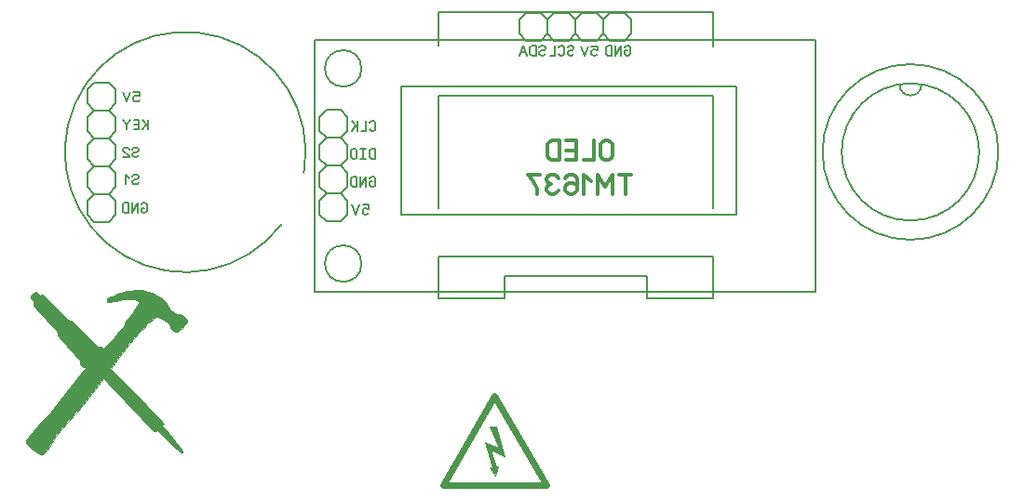
<source format=gbr>
%FSLAX34Y34*%
%MOMM*%
%LNSILK_BOTTOM*%
G71*
G01*
%ADD10C, 0.20*%
%ADD11C, 0.16*%
%ADD12C, 0.32*%
%ADD13C, 0.10*%
%ADD14C, 0.60*%
%LPD*%
G54D10*
G75*
G01X267920Y730288D02*
G03X247537Y683411I-107820J19012D01*
G01*
G54D10*
X90300Y812800D02*
X96600Y806500D01*
X96600Y793700D01*
X90300Y787400D01*
X77500Y787400D01*
X71200Y793700D01*
X71200Y806500D01*
X77500Y812800D01*
X90300Y812800D01*
G54D10*
X90300Y787400D02*
X96600Y781100D01*
X96600Y768300D01*
X90300Y762000D01*
X77500Y762000D01*
X71200Y768300D01*
X71200Y781100D01*
X77500Y787400D01*
X90300Y787400D01*
G54D10*
X90300Y762000D02*
X96600Y755700D01*
X96600Y742900D01*
X90300Y736600D01*
X77500Y736600D01*
X71200Y742900D01*
X71200Y755700D01*
X77500Y762000D01*
X90300Y762000D01*
G54D10*
X90300Y736600D02*
X96600Y730300D01*
X96600Y717500D01*
X90300Y711200D01*
X77500Y711200D01*
X71200Y717500D01*
X71200Y730300D01*
X77500Y736600D01*
X90300Y736600D01*
G54D10*
X90300Y711200D02*
X96600Y704900D01*
X96600Y692100D01*
X90300Y685800D01*
X77500Y685800D01*
X71200Y692100D01*
X71200Y704900D01*
X77500Y711200D01*
X90300Y711200D01*
G54D11*
X112892Y804203D02*
X118226Y804203D01*
X118226Y800314D01*
X117559Y800314D01*
X116226Y800870D01*
X114892Y800870D01*
X113559Y800314D01*
X112892Y799203D01*
X112892Y796981D01*
X113559Y795870D01*
X114892Y795314D01*
X116226Y795314D01*
X117559Y795870D01*
X118226Y796981D01*
G54D11*
X109782Y804203D02*
X106448Y795314D01*
X103115Y804203D01*
G54D11*
X126480Y769717D02*
X126480Y778606D01*
G54D11*
X126480Y772495D02*
X121147Y778606D01*
G54D11*
X124480Y774161D02*
X121147Y769717D01*
G54D11*
X113370Y769717D02*
X118036Y769717D01*
X118036Y778606D01*
X113370Y778606D01*
G54D11*
X118036Y774161D02*
X113370Y774161D01*
G54D11*
X110258Y778606D02*
X106925Y774161D01*
X106925Y769717D01*
G54D11*
X106925Y774161D02*
X103592Y778606D01*
G54D11*
X117595Y746301D02*
X116929Y745190D01*
X115595Y744634D01*
X114262Y744634D01*
X112929Y745190D01*
X112262Y746301D01*
X112262Y747412D01*
X112929Y748523D01*
X114262Y749078D01*
X115595Y749078D01*
X116929Y749634D01*
X117595Y750745D01*
X117595Y751856D01*
X116929Y752967D01*
X115595Y753523D01*
X114262Y753523D01*
X112929Y752967D01*
X112262Y751856D01*
G54D11*
X103818Y744634D02*
X109151Y744634D01*
X109151Y745190D01*
X108485Y746301D01*
X104485Y749634D01*
X103818Y750745D01*
X103818Y751856D01*
X104485Y752967D01*
X105818Y753523D01*
X107151Y753523D01*
X108485Y752967D01*
X109151Y751856D01*
G54D11*
X117493Y721614D02*
X116827Y720503D01*
X115493Y719948D01*
X114160Y719948D01*
X112827Y720503D01*
X112160Y721614D01*
X112160Y722725D01*
X112827Y723837D01*
X114160Y724392D01*
X115493Y724392D01*
X116827Y724948D01*
X117493Y726059D01*
X117493Y727170D01*
X116827Y728281D01*
X115493Y728837D01*
X114160Y728837D01*
X112827Y728281D01*
X112160Y727170D01*
G54D11*
X109049Y725503D02*
X105716Y728837D01*
X105716Y719948D01*
G54D11*
X122626Y698451D02*
X119960Y698451D01*
X119960Y695673D01*
X120626Y694562D01*
X121960Y694006D01*
X123293Y694006D01*
X124626Y694562D01*
X125293Y695673D01*
X125293Y701228D01*
X124626Y702340D01*
X123293Y702895D01*
X121960Y702895D01*
X120626Y702340D01*
X119960Y701228D01*
G54D11*
X116849Y694006D02*
X116849Y702895D01*
X111516Y694006D01*
X111516Y702895D01*
G54D11*
X108405Y694006D02*
X108405Y702895D01*
X105072Y702895D01*
X103738Y702340D01*
X103072Y701228D01*
X103072Y695673D01*
X103738Y694562D01*
X105072Y694006D01*
X108405Y694006D01*
G54D10*
X464100Y870000D02*
X470400Y876300D01*
X483200Y876300D01*
X489500Y870000D01*
X489500Y857200D01*
X483200Y850900D01*
X470400Y850900D01*
X464100Y857200D01*
X464100Y870000D01*
G54D10*
X489500Y870000D02*
X495800Y876300D01*
X508600Y876300D01*
X514900Y870000D01*
X514900Y857200D01*
X508600Y850900D01*
X495800Y850900D01*
X489500Y857200D01*
X489500Y870000D01*
G54D10*
X514900Y870000D02*
X521200Y876300D01*
X534000Y876300D01*
X540300Y870000D01*
X540300Y857200D01*
X534000Y850900D01*
X521200Y850900D01*
X514900Y857200D01*
X514900Y870000D01*
G54D10*
X540300Y870000D02*
X546600Y876300D01*
X559400Y876300D01*
X565700Y870000D01*
X565700Y857200D01*
X559400Y850900D01*
X546600Y850900D01*
X540300Y857200D01*
X540300Y870000D01*
G54D11*
X562408Y841675D02*
X559742Y841675D01*
X559742Y838897D01*
X560408Y837786D01*
X561742Y837230D01*
X563075Y837230D01*
X564408Y837786D01*
X565075Y838897D01*
X565075Y844453D01*
X564408Y845564D01*
X563075Y846119D01*
X561742Y846119D01*
X560408Y845564D01*
X559742Y844453D01*
G54D11*
X556631Y837230D02*
X556631Y846119D01*
X551298Y837230D01*
X551298Y846119D01*
G54D11*
X548187Y837230D02*
X548187Y846119D01*
X544854Y846119D01*
X543520Y845564D01*
X542854Y844453D01*
X542854Y838897D01*
X543520Y837786D01*
X544854Y837230D01*
X548187Y837230D01*
G54D11*
X529637Y845858D02*
X534970Y845858D01*
X534970Y841970D01*
X534303Y841970D01*
X532970Y842525D01*
X531637Y842525D01*
X530303Y841970D01*
X529637Y840858D01*
X529637Y838636D01*
X530303Y837525D01*
X531637Y836970D01*
X532970Y836970D01*
X534303Y837525D01*
X534970Y838636D01*
G54D11*
X526526Y845858D02*
X523193Y836970D01*
X519859Y845858D01*
G54D11*
X513243Y838897D02*
X512576Y837786D01*
X511243Y837230D01*
X509910Y837230D01*
X508576Y837786D01*
X507910Y838897D01*
X507910Y840008D01*
X508576Y841119D01*
X509910Y841675D01*
X511243Y841675D01*
X512576Y842230D01*
X513243Y843342D01*
X513243Y844453D01*
X512576Y845564D01*
X511243Y846119D01*
X509910Y846119D01*
X508576Y845564D01*
X507910Y844453D01*
G54D11*
X499466Y838897D02*
X500132Y837786D01*
X501466Y837230D01*
X502799Y837230D01*
X504132Y837786D01*
X504799Y838897D01*
X504799Y844453D01*
X504132Y845564D01*
X502799Y846119D01*
X501466Y846119D01*
X500132Y845564D01*
X499466Y844453D01*
G54D11*
X496355Y846119D02*
X496355Y837230D01*
X491688Y837230D01*
G54D11*
X487588Y838897D02*
X486921Y837786D01*
X485588Y837230D01*
X484255Y837230D01*
X482921Y837786D01*
X482255Y838897D01*
X482255Y840008D01*
X482921Y841119D01*
X484255Y841675D01*
X485588Y841675D01*
X486921Y842230D01*
X487588Y843342D01*
X487588Y844453D01*
X486921Y845564D01*
X485588Y846119D01*
X484255Y846119D01*
X482921Y845564D01*
X482255Y844453D01*
G54D11*
X479144Y837230D02*
X479144Y846119D01*
X475811Y846119D01*
X474477Y845564D01*
X473811Y844453D01*
X473811Y838897D01*
X474477Y837786D01*
X475811Y837230D01*
X479144Y837230D01*
G54D11*
X470700Y837230D02*
X467367Y846119D01*
X464033Y837230D01*
G54D11*
X469367Y840564D02*
X465367Y840564D01*
G54D10*
G75*
G01X882174Y749352D02*
G03X882174Y749352I-62500J0D01*
G01*
G54D10*
G75*
G01X809702Y810883D02*
G03X829702Y810883I10000J0D01*
G01*
G54D10*
G75*
G01X899674Y749352D02*
G03X899674Y749352I-80000J0D01*
G01*
G54D10*
X390206Y653694D02*
X390206Y616394D01*
X450206Y616394D01*
X450206Y636394D01*
X580206Y636394D01*
X580206Y616394D01*
X640206Y616394D01*
X640206Y653694D01*
X390206Y653694D01*
G54D10*
X390206Y800994D02*
X640206Y800994D01*
X640206Y698501D01*
X640201Y698496D01*
G54D10*
X390206Y800994D02*
X390207Y698485D01*
G54D10*
X390206Y876394D02*
X390209Y846430D01*
G54D10*
X390206Y876394D02*
X640206Y876394D01*
X640206Y845631D01*
X640222Y845614D01*
G54D12*
X537782Y756398D02*
X537782Y745287D01*
X539116Y743065D01*
X541782Y741954D01*
X544449Y741954D01*
X547116Y743065D01*
X548449Y745287D01*
X548449Y756398D01*
X547116Y758621D01*
X544449Y759732D01*
X541782Y759732D01*
X539116Y758621D01*
X537782Y756398D01*
G54D12*
X531560Y759732D02*
X531560Y741954D01*
X522227Y741954D01*
G54D12*
X506672Y741954D02*
X516005Y741954D01*
X516005Y759732D01*
X506672Y759732D01*
G54D12*
X516005Y750843D02*
X506672Y750843D01*
G54D12*
X500450Y741954D02*
X500450Y759732D01*
X493783Y759732D01*
X491117Y758621D01*
X489783Y756398D01*
X489783Y745287D01*
X491117Y743065D01*
X493783Y741954D01*
X500450Y741954D01*
G36*
X157816Y475552D02*
X157816Y477052D01*
X157616Y477552D01*
X149016Y488552D01*
X147516Y491052D01*
X138916Y499852D01*
X140516Y501752D01*
X140216Y502952D01*
X138216Y504952D01*
X92716Y552052D01*
X100116Y562352D01*
X108216Y573452D01*
X113516Y579452D01*
X117216Y583452D01*
X120716Y586952D01*
X122616Y589252D01*
X124516Y592152D01*
X125516Y593752D01*
X127516Y593852D01*
X131416Y597752D01*
X133016Y598852D01*
X135516Y598652D01*
X137416Y597952D01*
X139216Y597152D01*
X141816Y595752D01*
X143716Y594152D01*
X145316Y592152D01*
X146216Y590652D01*
X146616Y589252D01*
X148616Y587452D01*
X150216Y586052D01*
X151316Y585252D01*
X153116Y585352D01*
X155416Y586852D01*
X157216Y588752D01*
X158816Y590652D01*
X160416Y592352D01*
X161716Y594052D01*
X161716Y595752D01*
X161616Y596452D01*
X159816Y598252D01*
X158016Y599952D01*
X156816Y600952D01*
X155416Y601352D01*
X152916Y601752D01*
X150316Y602952D01*
X147816Y604852D01*
X146016Y606552D01*
X144516Y608552D01*
X143416Y610752D01*
X142316Y612552D01*
X141016Y614352D01*
X138916Y615752D01*
X135716Y617652D01*
X132716Y619452D01*
X130016Y620752D01*
X126216Y622052D01*
X123816Y622752D01*
X121216Y623352D01*
X117016Y623552D01*
X114216Y623452D01*
X110816Y623152D01*
X107716Y622552D01*
X104516Y621852D01*
X101616Y621052D01*
X98416Y619952D01*
X95516Y618852D01*
X93116Y617752D01*
X90116Y616652D01*
X88716Y615352D01*
X88616Y613652D01*
X89116Y612552D01*
X90316Y612252D01*
X92216Y612652D01*
X93816Y613152D01*
X96416Y613752D01*
X99616Y614352D01*
X104016Y614952D01*
X107916Y615252D01*
X114116Y615152D01*
X115416Y614652D01*
X116516Y614152D01*
X117616Y613252D01*
X117616Y611752D01*
X117216Y610352D01*
X115316Y607852D01*
X113216Y604952D01*
X113116Y603152D01*
X112016Y602152D01*
X110016Y600252D01*
X108016Y597652D01*
X106316Y594852D01*
X103916Y590952D01*
X101616Y588052D01*
X95616Y580752D01*
X85116Y569452D01*
X84716Y571052D01*
X84216Y571752D01*
X83216Y571952D01*
X81516Y571952D01*
X80116Y572352D01*
X78616Y573552D01*
X57716Y594852D01*
X56316Y595352D01*
X54816Y595552D01*
X53716Y596552D01*
X51816Y598452D01*
X50316Y600052D01*
X31516Y618652D01*
X29816Y619052D01*
X28116Y618752D01*
X27116Y619152D01*
X25316Y621052D01*
X24116Y621552D01*
X23016Y621352D01*
X21716Y620852D01*
X20616Y619752D01*
X19616Y618552D01*
X19316Y617252D01*
X19516Y616052D01*
X20416Y614952D01*
X22116Y613452D01*
X21716Y612352D01*
X21916Y610852D01*
X22316Y608852D01*
X40416Y589252D01*
X42016Y587452D01*
X43216Y586152D01*
X43916Y584852D01*
X43916Y583052D01*
X44516Y581852D01*
X64216Y559552D01*
X64616Y557152D01*
X65216Y555452D01*
X66016Y554152D01*
X67316Y553652D01*
X68516Y553452D01*
X69216Y552452D01*
X69016Y551352D01*
X52216Y530952D01*
X38416Y512352D01*
X26716Y499652D01*
X17516Y489952D01*
X16316Y488352D01*
X15616Y486552D01*
X15416Y484852D01*
X16416Y482752D01*
X20516Y478752D01*
X25716Y475052D01*
X27916Y474152D01*
X29716Y474052D01*
X31416Y474952D01*
X33716Y476752D01*
X36116Y480152D01*
X42716Y490552D01*
X52216Y502352D01*
X66616Y518852D01*
X85816Y543052D01*
X130116Y496052D01*
X131516Y494952D01*
X132916Y494652D01*
X134516Y495552D01*
X144616Y485452D01*
X155016Y476552D01*
X156216Y475652D01*
X157816Y475552D01*
G37*
G54D13*
X157816Y475552D02*
X157816Y477052D01*
X157616Y477552D01*
X149016Y488552D01*
X147516Y491052D01*
X138916Y499852D01*
X140516Y501752D01*
X140216Y502952D01*
X138216Y504952D01*
X92716Y552052D01*
X100116Y562352D01*
X108216Y573452D01*
X113516Y579452D01*
X117216Y583452D01*
X120716Y586952D01*
X122616Y589252D01*
X124516Y592152D01*
X125516Y593752D01*
X127516Y593852D01*
X131416Y597752D01*
X133016Y598852D01*
X135516Y598652D01*
X137416Y597952D01*
X139216Y597152D01*
X141816Y595752D01*
X143716Y594152D01*
X145316Y592152D01*
X146216Y590652D01*
X146616Y589252D01*
X148616Y587452D01*
X150216Y586052D01*
X151316Y585252D01*
X153116Y585352D01*
X155416Y586852D01*
X157216Y588752D01*
X158816Y590652D01*
X160416Y592352D01*
X161716Y594052D01*
X161716Y595752D01*
X161616Y596452D01*
X159816Y598252D01*
X158016Y599952D01*
X156816Y600952D01*
X155416Y601352D01*
X152916Y601752D01*
X150316Y602952D01*
X147816Y604852D01*
X146016Y606552D01*
X144516Y608552D01*
X143416Y610752D01*
X142316Y612552D01*
X141016Y614352D01*
X138916Y615752D01*
X135716Y617652D01*
X132716Y619452D01*
X130016Y620752D01*
X126216Y622052D01*
X123816Y622752D01*
X121216Y623352D01*
X117016Y623552D01*
X114216Y623452D01*
X110816Y623152D01*
X107716Y622552D01*
X104516Y621852D01*
X101616Y621052D01*
X98416Y619952D01*
X95516Y618852D01*
X93116Y617752D01*
X90116Y616652D01*
X88716Y615352D01*
X88616Y613652D01*
X89116Y612552D01*
X90316Y612252D01*
X92216Y612652D01*
X93816Y613152D01*
X96416Y613752D01*
X99616Y614352D01*
X104016Y614952D01*
X107916Y615252D01*
X114116Y615152D01*
X115416Y614652D01*
X116516Y614152D01*
X117616Y613252D01*
X117616Y611752D01*
X117216Y610352D01*
X115316Y607852D01*
X113216Y604952D01*
X113116Y603152D01*
X112016Y602152D01*
X110016Y600252D01*
X108016Y597652D01*
X106316Y594852D01*
X103916Y590952D01*
X101616Y588052D01*
X95616Y580752D01*
X85116Y569452D01*
X84716Y571052D01*
X84216Y571752D01*
X83216Y571952D01*
X81516Y571952D01*
X80116Y572352D01*
X78616Y573552D01*
X57716Y594852D01*
X56316Y595352D01*
X54816Y595552D01*
X53716Y596552D01*
X51816Y598452D01*
X50316Y600052D01*
X31516Y618652D01*
X29816Y619052D01*
X28116Y618752D01*
X27116Y619152D01*
X25316Y621052D01*
X24116Y621552D01*
X23016Y621352D01*
X21716Y620852D01*
X20616Y619752D01*
X19616Y618552D01*
X19316Y617252D01*
X19516Y616052D01*
X20416Y614952D01*
X22116Y613452D01*
X21716Y612352D01*
X21916Y610852D01*
X22316Y608852D01*
X40416Y589252D01*
X42016Y587452D01*
X43216Y586152D01*
X43916Y584852D01*
X43916Y583052D01*
X44516Y581852D01*
X64216Y559552D01*
X64616Y557152D01*
X65216Y555452D01*
X66016Y554152D01*
X67316Y553652D01*
X68516Y553452D01*
X69216Y552452D01*
X69016Y551352D01*
X52216Y530952D01*
X38416Y512352D01*
X26716Y499652D01*
X17516Y489952D01*
X16316Y488352D01*
X15616Y486552D01*
X15416Y484852D01*
X16416Y482752D01*
X20516Y478752D01*
X25716Y475052D01*
X27916Y474152D01*
X29716Y474052D01*
X31416Y474952D01*
X33716Y476752D01*
X36116Y480152D01*
X42716Y490552D01*
X52216Y502352D01*
X66616Y518852D01*
X85816Y543052D01*
X130116Y496052D01*
X131516Y494952D01*
X132916Y494652D01*
X134516Y495552D01*
X144616Y485452D01*
X155016Y476552D01*
X156216Y475652D01*
X157816Y475552D01*
G54D10*
X307700Y698800D02*
X307700Y692400D01*
X301400Y686100D01*
X288600Y686100D01*
X282300Y692400D01*
X282300Y705200D01*
X288600Y711500D01*
X301400Y711500D01*
X307700Y705200D01*
X307700Y698800D01*
G54D10*
X307700Y724200D02*
X307700Y717800D01*
X301400Y711500D01*
X288600Y711500D01*
X282300Y717800D01*
X282300Y730600D01*
X288600Y736900D01*
X301400Y736900D01*
X307700Y730600D01*
X307700Y724200D01*
G54D10*
X307700Y749600D02*
X307700Y743200D01*
X301400Y736900D01*
X288600Y736900D01*
X282300Y743200D01*
X282300Y756000D01*
X288600Y762300D01*
X301400Y762300D01*
X307700Y756000D01*
X307700Y749600D01*
G54D10*
X307700Y775000D02*
X307700Y768600D01*
X301400Y762300D01*
X288600Y762300D01*
X282300Y768600D01*
X282300Y781400D01*
X288600Y787700D01*
X301400Y787700D01*
X307700Y781400D01*
X307700Y775000D01*
G54D10*
G75*
G01X320400Y825500D02*
G03X320400Y825500I-16600J0D01*
G01*
G54D10*
G75*
G01X320400Y647700D02*
G03X320400Y647700I-16600J0D01*
G01*
G54D10*
X277600Y851548D02*
X733552Y851548D01*
X733552Y621786D01*
X277600Y621786D01*
X277600Y851548D01*
G54D10*
X356886Y808861D02*
X661308Y808861D01*
X661307Y691939D01*
X356443Y692381D01*
X356886Y808861D01*
G54D11*
X327767Y770317D02*
X328433Y769206D01*
X329767Y768650D01*
X331100Y768650D01*
X332433Y769206D01*
X333100Y770317D01*
X333100Y775872D01*
X332433Y776983D01*
X331100Y777539D01*
X329767Y777539D01*
X328433Y776983D01*
X327767Y775872D01*
G54D11*
X324656Y777539D02*
X324656Y768650D01*
X319989Y768650D01*
G54D11*
X316878Y768650D02*
X316878Y777539D01*
G54D11*
X316878Y771428D02*
X311545Y777539D01*
G54D11*
X314878Y773094D02*
X311545Y768650D01*
G54D11*
X333100Y743250D02*
X333100Y752139D01*
X329767Y752139D01*
X328433Y751583D01*
X327767Y750472D01*
X327767Y744917D01*
X328433Y743806D01*
X329767Y743250D01*
X333100Y743250D01*
G54D11*
X324656Y743250D02*
X319323Y743250D01*
G54D11*
X321989Y743250D02*
X321989Y752139D01*
G54D11*
X324656Y752139D02*
X319323Y752139D01*
G54D11*
X310879Y750472D02*
X310879Y744917D01*
X311545Y743806D01*
X312879Y743250D01*
X314212Y743250D01*
X315545Y743806D01*
X316212Y744917D01*
X316212Y750472D01*
X315545Y751583D01*
X314212Y752139D01*
X312879Y752139D01*
X311545Y751583D01*
X310879Y750472D01*
G54D11*
X330433Y722294D02*
X327767Y722294D01*
X327767Y719517D01*
X328433Y718406D01*
X329767Y717850D01*
X331100Y717850D01*
X332433Y718406D01*
X333100Y719517D01*
X333100Y725072D01*
X332433Y726183D01*
X331100Y726739D01*
X329767Y726739D01*
X328433Y726183D01*
X327767Y725072D01*
G54D11*
X324656Y717850D02*
X324656Y726739D01*
X319323Y717850D01*
X319323Y726739D01*
G54D11*
X316212Y717850D02*
X316212Y726739D01*
X312879Y726739D01*
X311545Y726183D01*
X310879Y725072D01*
X310879Y719517D01*
X311545Y718406D01*
X312879Y717850D01*
X316212Y717850D01*
G54D11*
X321417Y701339D02*
X326750Y701339D01*
X326750Y697450D01*
X326083Y697450D01*
X324750Y698006D01*
X323417Y698006D01*
X322083Y697450D01*
X321417Y696339D01*
X321417Y694117D01*
X322083Y693006D01*
X323417Y692450D01*
X324750Y692450D01*
X326083Y693006D01*
X326750Y694117D01*
G54D11*
X318306Y701339D02*
X314973Y692450D01*
X311639Y701339D01*
G54D12*
X560339Y711194D02*
X560339Y728972D01*
G54D12*
X565672Y728972D02*
X555005Y728972D01*
G54D12*
X548783Y711194D02*
X548783Y728972D01*
X542116Y717861D01*
X535450Y728972D01*
X535450Y711194D01*
G54D12*
X529228Y722305D02*
X522561Y728972D01*
X522561Y711194D01*
G54D12*
X505672Y725638D02*
X507006Y727861D01*
X509672Y728972D01*
X512339Y728972D01*
X515006Y727861D01*
X516339Y725638D01*
X516339Y720083D01*
X516339Y718972D01*
X512339Y721194D01*
X509672Y721194D01*
X507006Y720083D01*
X505672Y717861D01*
X505672Y714527D01*
X507006Y712305D01*
X509672Y711194D01*
X512339Y711194D01*
X515006Y712305D01*
X516339Y714527D01*
X516339Y720083D01*
G54D12*
X499450Y725638D02*
X498117Y727861D01*
X495450Y728972D01*
X492783Y728972D01*
X490117Y727861D01*
X488783Y725638D01*
X488783Y723416D01*
X490117Y721194D01*
X492783Y720083D01*
X490117Y718972D01*
X488783Y716750D01*
X488783Y714527D01*
X490117Y712305D01*
X492783Y711194D01*
X495450Y711194D01*
X498117Y712305D01*
X499450Y714527D01*
G54D12*
X482561Y728972D02*
X471894Y728972D01*
X473228Y726750D01*
X475894Y723416D01*
X478561Y718972D01*
X479894Y715638D01*
X479894Y711194D01*
G54D14*
X441585Y527152D02*
X488453Y446141D01*
X394886Y446141D01*
X394860Y446167D01*
X441587Y527101D01*
G36*
X442152Y454035D02*
X444821Y462518D01*
X442627Y462518D01*
X438116Y477858D01*
X450327Y472261D01*
X442664Y499555D01*
X436694Y499565D01*
X445466Y479644D01*
X432931Y485034D01*
X439306Y462187D01*
X436906Y462205D01*
X442152Y454035D01*
G37*
G54D13*
X442152Y454035D02*
X444821Y462518D01*
X442627Y462518D01*
X438116Y477858D01*
X450327Y472261D01*
X442664Y499555D01*
X436694Y499565D01*
X445466Y479644D01*
X432931Y485034D01*
X439306Y462187D01*
X436906Y462205D01*
X442152Y454035D01*
M02*

</source>
